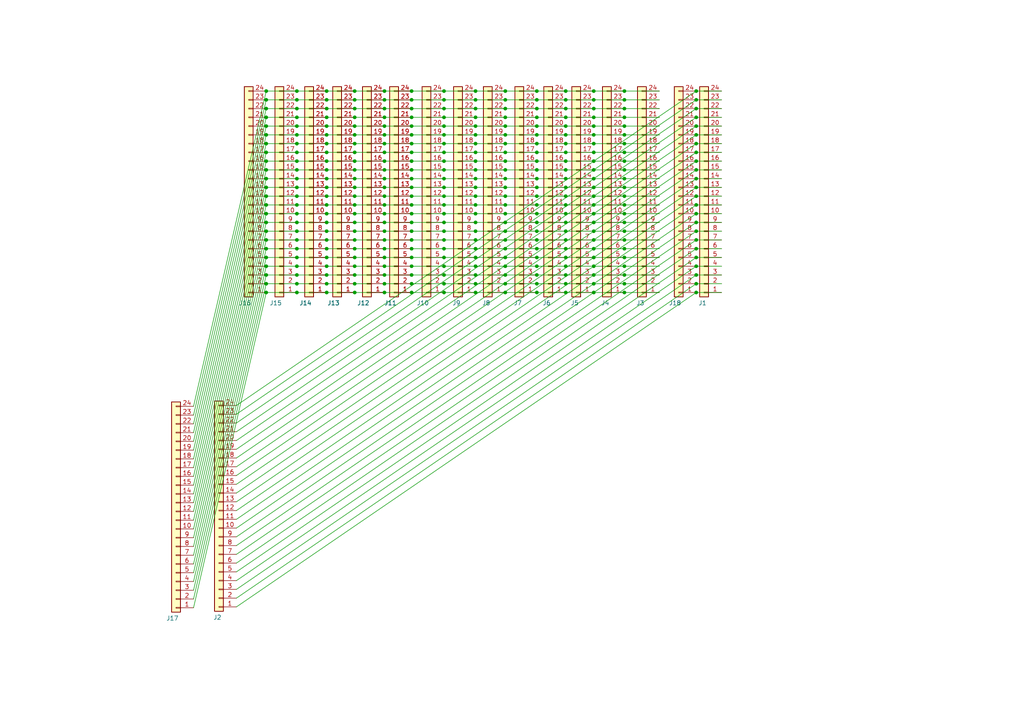
<source format=kicad_sch>
(kicad_sch (version 20211123) (generator eeschema)
  (paper "A4")
  (lib_symbols
    (symbol "Connector_Generic:Conn_01x24" (pin_names (offset 1.016) hide)
      (property "Reference" "J" (at 0 30.48 0))
      (property "Value" "Conn_01x24" (at 0 -33.02 0))
      (symbol "Conn_01x24_1_1"
        (rectangle (start -1.27 -30.353) (end 0 -30.607) (stroke (width 0.1524)))
        (rectangle (start -1.27 -27.813) (end 0 -28.067) (stroke (width 0.1524)))
        (rectangle (start -1.27 -25.273) (end 0 -25.527) (stroke (width 0.1524)))
        (rectangle (start -1.27 -22.733) (end 0 -22.987) (stroke (width 0.1524)))
        (rectangle (start -1.27 -20.193) (end 0 -20.447) (stroke (width 0.1524)))
        (rectangle (start -1.27 -17.653) (end 0 -17.907) (stroke (width 0.1524)))
        (rectangle (start -1.27 -15.113) (end 0 -15.367) (stroke (width 0.1524)))
        (rectangle (start -1.27 -12.573) (end 0 -12.827) (stroke (width 0.1524)))
        (rectangle (start -1.27 -10.033) (end 0 -10.287) (stroke (width 0.1524)))
        (rectangle (start -1.27 -7.493) (end 0 -7.747) (stroke (width 0.1524)))
        (rectangle (start -1.27 -4.953) (end 0 -5.207) (stroke (width 0.1524)))
        (rectangle (start -1.27 -2.413) (end 0 -2.667) (stroke (width 0.1524)))
        (rectangle (start -1.27 0.127) (end 0 -0.127) (stroke (width 0.1524)))
        (rectangle (start -1.27 2.667) (end 0 2.413) (stroke (width 0.1524)))
        (rectangle (start -1.27 5.207) (end 0 4.953) (stroke (width 0.1524)))
        (rectangle (start -1.27 7.747) (end 0 7.493) (stroke (width 0.1524)))
        (rectangle (start -1.27 10.287) (end 0 10.033) (stroke (width 0.1524)))
        (rectangle (start -1.27 12.827) (end 0 12.573) (stroke (width 0.1524)))
        (rectangle (start -1.27 15.367) (end 0 15.113) (stroke (width 0.1524)))
        (rectangle (start -1.27 17.907) (end 0 17.653) (stroke (width 0.1524)))
        (rectangle (start -1.27 20.447) (end 0 20.193) (stroke (width 0.1524)))
        (rectangle (start -1.27 22.987) (end 0 22.733) (stroke (width 0.1524)))
        (rectangle (start -1.27 25.527) (end 0 25.273) (stroke (width 0.1524)))
        (rectangle (start -1.27 28.067) (end 0 27.813) (stroke (width 0.1524)))
        (rectangle (start -1.27 29.21) (end 1.27 -31.75) (stroke (width 0.254)) (fill (type background)))
        (pin passive line (at -5.08 27.94 0) (length 3.81) (name "Pin_1") (number "1"))
        (pin passive line (at -5.08 5.08 0) (length 3.81) (name "Pin_10") (number "10"))
        (pin passive line (at -5.08 2.54 0) (length 3.81) (name "Pin_11") (number "11"))
        (pin passive line (at -5.08 0 0) (length 3.81) (name "Pin_12") (number "12"))
        (pin passive line (at -5.08 -2.54 0) (length 3.81) (name "Pin_13") (number "13"))
        (pin passive line (at -5.08 -5.08 0) (length 3.81) (name "Pin_14") (number "14"))
        (pin passive line (at -5.08 -7.62 0) (length 3.81) (name "Pin_15") (number "15"))
        (pin passive line (at -5.08 -10.16 0) (length 3.81) (name "Pin_16") (number "16"))
        (pin passive line (at -5.08 -12.7 0) (length 3.81) (name "Pin_17") (number "17"))
        (pin passive line (at -5.08 -15.24 0) (length 3.81) (name "Pin_18") (number "18"))
        (pin passive line (at -5.08 -17.78 0) (length 3.81) (name "Pin_19") (number "19"))
        (pin passive line (at -5.08 25.4 0) (length 3.81) (name "Pin_2") (number "2"))
        (pin passive line (at -5.08 -20.32 0) (length 3.81) (name "Pin_20") (number "20"))
        (pin passive line (at -5.08 -22.86 0) (length 3.81) (name "Pin_21") (number "21"))
        (pin passive line (at -5.08 -25.4 0) (length 3.81) (name "Pin_22") (number "22"))
        (pin passive line (at -5.08 -27.94 0) (length 3.81) (name "Pin_23") (number "23"))
        (pin passive line (at -5.08 -30.48 0) (length 3.81) (name "Pin_24") (number "24"))
        (pin passive line (at -5.08 22.86 0) (length 3.81) (name "Pin_3") (number "3"))
        (pin passive line (at -5.08 20.32 0) (length 3.81) (name "Pin_4") (number "4"))
        (pin passive line (at -5.08 17.78 0) (length 3.81) (name "Pin_5") (number "5"))
        (pin passive line (at -5.08 15.24 0) (length 3.81) (name "Pin_6") (number "6"))
        (pin passive line (at -5.08 12.7 0) (length 3.81) (name "Pin_7") (number "7"))
        (pin passive line (at -5.08 10.16 0) (length 3.81) (name "Pin_8") (number "8"))
        (pin passive line (at -5.08 7.62 0) (length 3.81) (name "Pin_9") (number "9"))
      )
    )
  )
  (junction (at 86.106 51.816))
  (junction (at 102.87 64.516))
  (junction (at 119.38 59.436))
  (junction (at 164.084 69.596))
  (junction (at 201.93 46.736))
  (junction (at 172.212 59.436))
  (junction (at 128.778 39.116))
  (junction (at 119.38 41.656))
  (junction (at 111.506 82.296))
  (junction (at 146.558 39.116))
  (junction (at 155.702 28.956))
  (junction (at 128.778 51.816))
  (junction (at 128.778 64.516))
  (junction (at 86.106 74.676))
  (junction (at 94.742 54.356))
  (junction (at 119.38 77.216))
  (junction (at 137.922 31.496))
  (junction (at 94.742 28.956))
  (junction (at 164.084 39.116))
  (junction (at 137.922 36.576))
  (junction (at 181.102 77.216))
  (junction (at 102.87 44.196))
  (junction (at 102.87 79.756))
  (junction (at 128.778 72.136))
  (junction (at 102.87 84.836))
  (junction (at 128.778 46.736))
  (junction (at 119.38 26.416))
  (junction (at 111.506 49.276))
  (junction (at 86.106 39.116))
  (junction (at 128.778 59.436))
  (junction (at 119.38 34.036))
  (junction (at 77.216 56.896))
  (junction (at 172.212 74.676))
  (junction (at 155.702 84.836))
  (junction (at 77.216 26.416))
  (junction (at 86.106 82.296))
  (junction (at 172.212 36.576))
  (junction (at 155.702 26.416))
  (junction (at 146.558 28.956))
  (junction (at 146.558 69.596))
  (junction (at 201.93 59.436))
  (junction (at 137.922 44.196))
  (junction (at 146.558 59.436))
  (junction (at 111.506 51.816))
  (junction (at 102.87 31.496))
  (junction (at 111.506 77.216))
  (junction (at 94.742 41.656))
  (junction (at 155.702 82.296))
  (junction (at 164.084 56.896))
  (junction (at 201.93 51.816))
  (junction (at 77.216 46.736))
  (junction (at 181.102 49.276))
  (junction (at 155.702 49.276))
  (junction (at 128.778 77.216))
  (junction (at 137.922 51.816))
  (junction (at 128.778 69.596))
  (junction (at 128.778 61.976))
  (junction (at 94.742 74.676))
  (junction (at 201.93 69.596))
  (junction (at 201.93 36.576))
  (junction (at 155.702 61.976))
  (junction (at 111.506 46.736))
  (junction (at 86.106 34.036))
  (junction (at 164.084 51.816))
  (junction (at 119.38 44.196))
  (junction (at 119.38 64.516))
  (junction (at 119.38 84.836))
  (junction (at 164.084 79.756))
  (junction (at 146.558 49.276))
  (junction (at 146.558 61.976))
  (junction (at 164.084 46.736))
  (junction (at 119.38 74.676))
  (junction (at 172.212 39.116))
  (junction (at 86.106 84.836))
  (junction (at 164.084 26.416))
  (junction (at 119.38 61.976))
  (junction (at 111.506 79.756))
  (junction (at 137.922 64.516))
  (junction (at 111.506 44.196))
  (junction (at 94.742 39.116))
  (junction (at 86.106 59.436))
  (junction (at 77.216 59.436))
  (junction (at 102.87 26.416))
  (junction (at 172.212 79.756))
  (junction (at 137.922 74.676))
  (junction (at 146.558 84.836))
  (junction (at 128.778 26.416))
  (junction (at 102.87 69.596))
  (junction (at 77.216 77.216))
  (junction (at 86.106 77.216))
  (junction (at 155.702 72.136))
  (junction (at 201.93 67.056))
  (junction (at 201.93 74.676))
  (junction (at 77.216 31.496))
  (junction (at 119.38 46.736))
  (junction (at 111.506 39.116))
  (junction (at 172.212 56.896))
  (junction (at 86.106 69.596))
  (junction (at 94.742 34.036))
  (junction (at 111.506 74.676))
  (junction (at 111.506 67.056))
  (junction (at 94.742 31.496))
  (junction (at 164.084 61.976))
  (junction (at 172.212 67.056))
  (junction (at 128.778 74.676))
  (junction (at 164.084 41.656))
  (junction (at 102.87 49.276))
  (junction (at 86.106 44.196))
  (junction (at 94.742 26.416))
  (junction (at 172.212 84.836))
  (junction (at 111.506 64.516))
  (junction (at 137.922 49.276))
  (junction (at 146.558 34.036))
  (junction (at 146.558 26.416))
  (junction (at 164.084 44.196))
  (junction (at 146.558 82.296))
  (junction (at 102.87 39.116))
  (junction (at 94.742 56.896))
  (junction (at 146.558 41.656))
  (junction (at 164.084 28.956))
  (junction (at 181.102 59.436))
  (junction (at 155.702 79.756))
  (junction (at 164.084 72.136))
  (junction (at 181.102 67.056))
  (junction (at 102.87 36.576))
  (junction (at 155.702 44.196))
  (junction (at 146.558 79.756))
  (junction (at 128.778 31.496))
  (junction (at 137.922 69.596))
  (junction (at 86.106 72.136))
  (junction (at 172.212 61.976))
  (junction (at 146.558 74.676))
  (junction (at 201.93 44.196))
  (junction (at 94.742 49.276))
  (junction (at 155.702 74.676))
  (junction (at 86.106 46.736))
  (junction (at 111.506 28.956))
  (junction (at 201.93 61.976))
  (junction (at 111.506 26.416))
  (junction (at 181.102 72.136))
  (junction (at 137.922 26.416))
  (junction (at 181.102 61.976))
  (junction (at 201.93 39.116))
  (junction (at 137.922 39.116))
  (junction (at 181.102 31.496))
  (junction (at 94.742 36.576))
  (junction (at 201.93 26.416))
  (junction (at 119.38 39.116))
  (junction (at 201.93 64.516))
  (junction (at 172.212 41.656))
  (junction (at 102.87 77.216))
  (junction (at 172.212 34.036))
  (junction (at 155.702 46.736))
  (junction (at 155.702 34.036))
  (junction (at 181.102 36.576))
  (junction (at 77.216 51.816))
  (junction (at 86.106 79.756))
  (junction (at 201.93 28.956))
  (junction (at 94.742 69.596))
  (junction (at 181.102 74.676))
  (junction (at 86.106 49.276))
  (junction (at 119.38 49.276))
  (junction (at 164.084 54.356))
  (junction (at 111.506 31.496))
  (junction (at 172.212 54.356))
  (junction (at 172.212 31.496))
  (junction (at 137.922 67.056))
  (junction (at 94.742 77.216))
  (junction (at 94.742 79.756))
  (junction (at 119.38 56.896))
  (junction (at 102.87 54.356))
  (junction (at 119.38 54.356))
  (junction (at 102.87 56.896))
  (junction (at 102.87 72.136))
  (junction (at 181.102 82.296))
  (junction (at 102.87 28.956))
  (junction (at 172.212 72.136))
  (junction (at 77.216 34.036))
  (junction (at 77.216 44.196))
  (junction (at 172.212 64.516))
  (junction (at 119.38 72.136))
  (junction (at 128.778 79.756))
  (junction (at 86.106 54.356))
  (junction (at 164.084 84.836))
  (junction (at 155.702 69.596))
  (junction (at 201.93 41.656))
  (junction (at 201.93 56.896))
  (junction (at 119.38 28.956))
  (junction (at 181.102 69.596))
  (junction (at 111.506 84.836))
  (junction (at 201.93 49.276))
  (junction (at 94.742 44.196))
  (junction (at 155.702 59.436))
  (junction (at 181.102 54.356))
  (junction (at 119.38 51.816))
  (junction (at 77.216 39.116))
  (junction (at 111.506 54.356))
  (junction (at 102.87 67.056))
  (junction (at 77.216 79.756))
  (junction (at 86.106 56.896))
  (junction (at 201.93 34.036))
  (junction (at 119.38 36.576))
  (junction (at 94.742 82.296))
  (junction (at 94.742 72.136))
  (junction (at 137.922 82.296))
  (junction (at 146.558 77.216))
  (junction (at 164.084 31.496))
  (junction (at 164.084 77.216))
  (junction (at 77.216 54.356))
  (junction (at 137.922 34.036))
  (junction (at 146.558 46.736))
  (junction (at 102.87 41.656))
  (junction (at 128.778 36.576))
  (junction (at 172.212 44.196))
  (junction (at 86.106 31.496))
  (junction (at 155.702 77.216))
  (junction (at 181.102 41.656))
  (junction (at 155.702 56.896))
  (junction (at 201.93 79.756))
  (junction (at 102.87 34.036))
  (junction (at 172.212 28.956))
  (junction (at 137.922 54.356))
  (junction (at 86.106 67.056))
  (junction (at 128.778 84.836))
  (junction (at 181.102 34.036))
  (junction (at 146.558 44.196))
  (junction (at 128.778 56.896))
  (junction (at 201.93 84.836))
  (junction (at 164.084 67.056))
  (junction (at 128.778 28.956))
  (junction (at 172.212 46.736))
  (junction (at 77.216 84.836))
  (junction (at 102.87 51.816))
  (junction (at 137.922 77.216))
  (junction (at 137.922 59.436))
  (junction (at 128.778 82.296))
  (junction (at 181.102 56.896))
  (junction (at 94.742 59.436))
  (junction (at 111.506 72.136))
  (junction (at 155.702 41.656))
  (junction (at 181.102 28.956))
  (junction (at 164.084 36.576))
  (junction (at 102.87 46.736))
  (junction (at 77.216 49.276))
  (junction (at 155.702 64.516))
  (junction (at 155.702 39.116))
  (junction (at 102.87 59.436))
  (junction (at 102.87 61.976))
  (junction (at 181.102 26.416))
  (junction (at 77.216 67.056))
  (junction (at 111.506 41.656))
  (junction (at 137.922 79.756))
  (junction (at 146.558 67.056))
  (junction (at 201.93 31.496))
  (junction (at 86.106 64.516))
  (junction (at 111.506 59.436))
  (junction (at 86.106 41.656))
  (junction (at 146.558 36.576))
  (junction (at 128.778 41.656))
  (junction (at 137.922 41.656))
  (junction (at 94.742 84.836))
  (junction (at 146.558 72.136))
  (junction (at 181.102 64.516))
  (junction (at 119.38 69.596))
  (junction (at 146.558 54.356))
  (junction (at 146.558 64.516))
  (junction (at 119.38 67.056))
  (junction (at 102.87 82.296))
  (junction (at 137.922 28.956))
  (junction (at 128.778 44.196))
  (junction (at 201.93 72.136))
  (junction (at 181.102 84.836))
  (junction (at 128.778 49.276))
  (junction (at 172.212 69.596))
  (junction (at 181.102 46.736))
  (junction (at 201.93 54.356))
  (junction (at 164.084 59.436))
  (junction (at 128.778 54.356))
  (junction (at 94.742 67.056))
  (junction (at 172.212 51.816))
  (junction (at 111.506 61.976))
  (junction (at 111.506 69.596))
  (junction (at 164.084 82.296))
  (junction (at 155.702 31.496))
  (junction (at 128.778 67.056))
  (junction (at 137.922 56.896))
  (junction (at 86.106 28.956))
  (junction (at 155.702 51.816))
  (junction (at 94.742 46.736))
  (junction (at 181.102 39.116))
  (junction (at 172.212 77.216))
  (junction (at 164.084 49.276))
  (junction (at 155.702 67.056))
  (junction (at 201.93 82.296))
  (junction (at 172.212 49.276))
  (junction (at 111.506 34.036))
  (junction (at 86.106 36.576))
  (junction (at 119.38 79.756))
  (junction (at 137.922 72.136))
  (junction (at 172.212 82.296))
  (junction (at 119.38 82.296))
  (junction (at 155.702 54.356))
  (junction (at 128.778 34.036))
  (junction (at 77.216 82.296))
  (junction (at 172.212 26.416))
  (junction (at 111.506 36.576))
  (junction (at 94.742 64.516))
  (junction (at 146.558 31.496))
  (junction (at 119.38 31.496))
  (junction (at 201.93 77.216))
  (junction (at 164.084 64.516))
  (junction (at 155.702 36.576))
  (junction (at 77.216 41.656))
  (junction (at 94.742 51.816))
  (junction (at 164.084 74.676))
  (junction (at 86.106 61.976))
  (junction (at 181.102 44.196))
  (junction (at 111.506 56.896))
  (junction (at 77.216 69.596))
  (junction (at 77.216 74.676))
  (junction (at 137.922 61.976))
  (junction (at 77.216 36.576))
  (junction (at 181.102 51.816))
  (junction (at 102.87 74.676))
  (junction (at 164.084 34.036))
  (junction (at 77.216 61.976))
  (junction (at 137.922 46.736))
  (junction (at 94.742 61.976))
  (junction (at 77.216 28.956))
  (junction (at 77.216 72.136))
  (junction (at 137.922 84.836))
  (junction (at 77.216 64.516))
  (junction (at 86.106 26.416))
  (junction (at 146.558 56.896))
  (junction (at 181.102 79.756))
  (junction (at 146.558 51.816))
  (wire (pts (xy 68.58 140.462) (xy 201.93 49.276)))
  (wire (pts (xy 209.296 59.436) (xy 201.93 59.436)))
  (wire (pts (xy 155.702 79.756) (xy 146.558 79.756)))
  (wire (pts (xy 137.922 84.836) (xy 128.778 84.836)))
  (wire (pts (xy 146.558 41.656) (xy 137.922 41.656)))
  (wire (pts (xy 155.702 74.676) (xy 146.558 74.676)))
  (wire (pts (xy 146.558 74.676) (xy 137.922 74.676)))
  (wire (pts (xy 56.134 168.656) (xy 77.216 77.216)))
  (wire (pts (xy 164.084 26.416) (xy 155.702 26.416)))
  (wire (pts (xy 191.262 36.576) (xy 181.102 36.576)))
  (wire (pts (xy 181.102 39.116) (xy 172.212 39.116)))
  (wire (pts (xy 56.134 125.476) (xy 77.216 34.036)))
  (wire (pts (xy 102.87 84.836) (xy 94.742 84.836)))
  (wire (pts (xy 94.742 72.136) (xy 86.106 72.136)))
  (wire (pts (xy 102.87 36.576) (xy 111.506 36.576)))
  (wire (pts (xy 172.212 79.756) (xy 164.084 79.756)))
  (wire (pts (xy 164.084 84.836) (xy 155.702 84.836)))
  (wire (pts (xy 191.262 79.756) (xy 181.102 79.756)))
  (wire (pts (xy 77.216 56.896) (xy 86.106 56.896)))
  (wire (pts (xy 102.87 26.416) (xy 94.742 26.416)))
  (wire (pts (xy 56.134 143.256) (xy 77.216 51.816)))
  (wire (pts (xy 155.702 41.656) (xy 146.558 41.656)))
  (wire (pts (xy 128.778 74.676) (xy 119.38 74.676)))
  (wire (pts (xy 119.38 56.896) (xy 111.506 56.896)))
  (wire (pts (xy 181.102 56.896) (xy 172.212 56.896)))
  (wire (pts (xy 146.558 31.496) (xy 137.922 31.496)))
  (wire (pts (xy 209.296 56.896) (xy 201.93 56.896)))
  (wire (pts (xy 119.38 54.356) (xy 111.506 54.356)))
  (wire (pts (xy 209.296 28.956) (xy 201.93 28.956)))
  (wire (pts (xy 56.134 176.276) (xy 77.216 84.836)))
  (wire (pts (xy 68.58 132.842) (xy 201.93 41.656)))
  (wire (pts (xy 102.87 46.736) (xy 111.506 46.736)))
  (wire (pts (xy 56.134 122.936) (xy 77.216 31.496)))
  (wire (pts (xy 56.134 150.876) (xy 77.216 59.436)))
  (wire (pts (xy 209.296 46.736) (xy 201.93 46.736)))
  (wire (pts (xy 56.134 138.176) (xy 77.216 46.736)))
  (wire (pts (xy 146.558 72.136) (xy 137.922 72.136)))
  (wire (pts (xy 164.084 72.136) (xy 155.702 72.136)))
  (wire (pts (xy 164.084 41.656) (xy 155.702 41.656)))
  (wire (pts (xy 94.742 41.656) (xy 86.106 41.656)))
  (wire (pts (xy 119.38 39.116) (xy 111.506 39.116)))
  (wire (pts (xy 119.38 46.736) (xy 111.506 46.736)))
  (wire (pts (xy 146.558 79.756) (xy 137.922 79.756)))
  (wire (pts (xy 77.216 67.056) (xy 86.106 67.056)))
  (wire (pts (xy 128.778 44.196) (xy 119.38 44.196)))
  (wire (pts (xy 137.922 72.136) (xy 128.778 72.136)))
  (wire (pts (xy 119.38 59.436) (xy 111.506 59.436)))
  (wire (pts (xy 94.742 34.036) (xy 86.106 34.036)))
  (wire (pts (xy 128.778 84.836) (xy 119.38 84.836)))
  (wire (pts (xy 209.296 79.756) (xy 201.93 79.756)))
  (wire (pts (xy 119.38 26.416) (xy 111.506 26.416)))
  (wire (pts (xy 209.296 31.496) (xy 201.93 31.496)))
  (wire (pts (xy 137.922 34.036) (xy 128.778 34.036)))
  (wire (pts (xy 191.262 54.356) (xy 181.102 54.356)))
  (wire (pts (xy 68.58 163.322) (xy 201.93 72.136)))
  (wire (pts (xy 181.102 34.036) (xy 172.212 34.036)))
  (wire (pts (xy 181.102 54.356) (xy 172.212 54.356)))
  (wire (pts (xy 155.702 84.836) (xy 146.558 84.836)))
  (wire (pts (xy 68.58 173.482) (xy 201.93 82.296)))
  (wire (pts (xy 128.778 82.296) (xy 119.38 82.296)))
  (wire (pts (xy 191.262 34.036) (xy 181.102 34.036)))
  (wire (pts (xy 191.262 46.736) (xy 181.102 46.736)))
  (wire (pts (xy 119.38 77.216) (xy 111.506 77.216)))
  (wire (pts (xy 102.87 64.516) (xy 111.506 64.516)))
  (wire (pts (xy 128.778 28.956) (xy 119.38 28.956)))
  (wire (pts (xy 172.212 67.056) (xy 164.084 67.056)))
  (wire (pts (xy 119.38 79.756) (xy 111.506 79.756)))
  (wire (pts (xy 102.87 67.056) (xy 94.742 67.056)))
  (wire (pts (xy 164.084 54.356) (xy 155.702 54.356)))
  (wire (pts (xy 181.102 44.196) (xy 172.212 44.196)))
  (wire (pts (xy 102.87 69.596) (xy 111.506 69.596)))
  (wire (pts (xy 102.87 82.296) (xy 111.506 82.296)))
  (wire (pts (xy 209.296 26.416) (xy 201.93 26.416)))
  (wire (pts (xy 77.216 74.676) (xy 86.106 74.676)))
  (wire (pts (xy 191.262 64.516) (xy 181.102 64.516)))
  (wire (pts (xy 128.778 51.816) (xy 119.38 51.816)))
  (wire (pts (xy 155.702 51.816) (xy 146.558 51.816)))
  (wire (pts (xy 77.216 41.656) (xy 86.106 41.656)))
  (wire (pts (xy 94.742 59.436) (xy 86.106 59.436)))
  (wire (pts (xy 155.702 34.036) (xy 146.558 34.036)))
  (wire (pts (xy 172.212 61.976) (xy 164.084 61.976)))
  (wire (pts (xy 164.084 49.276) (xy 155.702 49.276)))
  (wire (pts (xy 128.778 41.656) (xy 119.38 41.656)))
  (wire (pts (xy 102.87 61.976) (xy 111.506 61.976)))
  (wire (pts (xy 94.742 77.216) (xy 86.106 77.216)))
  (wire (pts (xy 94.742 26.416) (xy 86.106 26.416)))
  (wire (pts (xy 181.102 64.516) (xy 172.212 64.516)))
  (wire (pts (xy 172.212 49.276) (xy 164.084 49.276)))
  (wire (pts (xy 172.212 74.676) (xy 164.084 74.676)))
  (wire (pts (xy 102.87 79.756) (xy 111.506 79.756)))
  (wire (pts (xy 68.58 160.782) (xy 201.93 69.596)))
  (wire (pts (xy 172.212 51.816) (xy 164.084 51.816)))
  (wire (pts (xy 77.216 77.216) (xy 86.106 77.216)))
  (wire (pts (xy 155.702 64.516) (xy 146.558 64.516)))
  (wire (pts (xy 102.87 77.216) (xy 111.506 77.216)))
  (wire (pts (xy 94.742 84.836) (xy 86.106 84.836)))
  (wire (pts (xy 137.922 41.656) (xy 128.778 41.656)))
  (wire (pts (xy 146.558 59.436) (xy 137.922 59.436)))
  (wire (pts (xy 137.922 82.296) (xy 128.778 82.296)))
  (wire (pts (xy 172.212 59.436) (xy 164.084 59.436)))
  (wire (pts (xy 191.262 59.436) (xy 181.102 59.436)))
  (wire (pts (xy 137.922 39.116) (xy 128.778 39.116)))
  (wire (pts (xy 181.102 51.816) (xy 172.212 51.816)))
  (wire (pts (xy 68.58 143.002) (xy 201.93 51.816)))
  (wire (pts (xy 172.212 39.116) (xy 164.084 39.116)))
  (wire (pts (xy 68.58 158.242) (xy 201.93 67.056)))
  (wire (pts (xy 137.922 31.496) (xy 128.778 31.496)))
  (wire (pts (xy 119.38 49.276) (xy 111.506 49.276)))
  (wire (pts (xy 181.102 79.756) (xy 172.212 79.756)))
  (wire (pts (xy 146.558 67.056) (xy 137.922 67.056)))
  (wire (pts (xy 94.742 49.276) (xy 86.106 49.276)))
  (wire (pts (xy 164.084 59.436) (xy 155.702 59.436)))
  (wire (pts (xy 102.87 84.836) (xy 111.506 84.836)))
  (wire (pts (xy 155.702 44.196) (xy 146.558 44.196)))
  (wire (pts (xy 191.262 49.276) (xy 181.102 49.276)))
  (wire (pts (xy 164.084 39.116) (xy 155.702 39.116)))
  (wire (pts (xy 172.212 31.496) (xy 164.084 31.496)))
  (wire (pts (xy 172.212 69.596) (xy 164.084 69.596)))
  (wire (pts (xy 191.262 28.956) (xy 181.102 28.956)))
  (wire (pts (xy 77.216 44.196) (xy 86.106 44.196)))
  (wire (pts (xy 102.87 51.816) (xy 94.742 51.816)))
  (wire (pts (xy 155.702 67.056) (xy 146.558 67.056)))
  (wire (pts (xy 209.296 54.356) (xy 201.93 54.356)))
  (wire (pts (xy 155.702 69.596) (xy 146.558 69.596)))
  (wire (pts (xy 56.134 161.036) (xy 77.216 69.596)))
  (wire (pts (xy 209.296 61.976) (xy 201.93 61.976)))
  (wire (pts (xy 209.296 74.676) (xy 201.93 74.676)))
  (wire (pts (xy 172.212 77.216) (xy 164.084 77.216)))
  (wire (pts (xy 191.262 67.056) (xy 181.102 67.056)))
  (wire (pts (xy 94.742 61.976) (xy 86.106 61.976)))
  (wire (pts (xy 94.742 44.196) (xy 86.106 44.196)))
  (wire (pts (xy 56.134 166.116) (xy 77.216 74.676)))
  (wire (pts (xy 56.134 130.556) (xy 77.216 39.116)))
  (wire (pts (xy 102.87 41.656) (xy 111.506 41.656)))
  (wire (pts (xy 155.702 31.496) (xy 146.558 31.496)))
  (wire (pts (xy 164.084 56.896) (xy 155.702 56.896)))
  (wire (pts (xy 119.38 51.816) (xy 111.506 51.816)))
  (wire (pts (xy 191.262 56.896) (xy 181.102 56.896)))
  (wire (pts (xy 128.778 61.976) (xy 119.38 61.976)))
  (wire (pts (xy 102.87 56.896) (xy 94.742 56.896)))
  (wire (pts (xy 77.216 64.516) (xy 86.106 64.516)))
  (wire (pts (xy 77.216 72.136) (xy 86.106 72.136)))
  (wire (pts (xy 155.702 28.956) (xy 146.558 28.956)))
  (wire (pts (xy 137.922 74.676) (xy 128.778 74.676)))
  (wire (pts (xy 137.922 56.896) (xy 128.778 56.896)))
  (wire (pts (xy 102.87 28.956) (xy 94.742 28.956)))
  (wire (pts (xy 102.87 34.036) (xy 111.506 34.036)))
  (wire (pts (xy 137.922 49.276) (xy 128.778 49.276)))
  (wire (pts (xy 137.922 46.736) (xy 128.778 46.736)))
  (wire (pts (xy 155.702 39.116) (xy 146.558 39.116)))
  (wire (pts (xy 94.742 28.956) (xy 86.106 28.956)))
  (wire (pts (xy 181.102 84.836) (xy 172.212 84.836)))
  (wire (pts (xy 128.778 69.596) (xy 119.38 69.596)))
  (wire (pts (xy 102.87 28.956) (xy 111.506 28.956)))
  (wire (pts (xy 164.084 79.756) (xy 155.702 79.756)))
  (wire (pts (xy 164.084 46.736) (xy 155.702 46.736)))
  (wire (pts (xy 77.216 79.756) (xy 86.106 79.756)))
  (wire (pts (xy 102.87 61.976) (xy 94.742 61.976)))
  (wire (pts (xy 191.262 39.116) (xy 181.102 39.116)))
  (wire (pts (xy 164.084 36.576) (xy 155.702 36.576)))
  (wire (pts (xy 94.742 51.816) (xy 86.106 51.816)))
  (wire (pts (xy 155.702 61.976) (xy 146.558 61.976)))
  (wire (pts (xy 137.922 44.196) (xy 128.778 44.196)))
  (wire (pts (xy 68.58 176.022) (xy 201.93 84.836)))
  (wire (pts (xy 172.212 54.356) (xy 164.084 54.356)))
  (wire (pts (xy 164.084 31.496) (xy 155.702 31.496)))
  (wire (pts (xy 181.102 82.296) (xy 172.212 82.296)))
  (wire (pts (xy 68.58 155.702) (xy 201.93 64.516)))
  (wire (pts (xy 172.212 46.736) (xy 164.084 46.736)))
  (wire (pts (xy 191.262 69.596) (xy 181.102 69.596)))
  (wire (pts (xy 137.922 59.436) (xy 128.778 59.436)))
  (wire (pts (xy 102.87 74.676) (xy 111.506 74.676)))
  (wire (pts (xy 68.58 168.402) (xy 201.93 77.216)))
  (wire (pts (xy 128.778 56.896) (xy 119.38 56.896)))
  (wire (pts (xy 119.38 44.196) (xy 111.506 44.196)))
  (wire (pts (xy 56.134 128.016) (xy 77.216 36.576)))
  (wire (pts (xy 56.134 140.716) (xy 77.216 49.276)))
  (wire (pts (xy 68.58 117.602) (xy 201.93 26.416)))
  (wire (pts (xy 128.778 39.116) (xy 119.38 39.116)))
  (wire (pts (xy 155.702 56.896) (xy 146.558 56.896)))
  (wire (pts (xy 164.084 44.196) (xy 155.702 44.196)))
  (wire (pts (xy 191.262 82.296) (xy 181.102 82.296)))
  (wire (pts (xy 209.296 36.576) (xy 201.93 36.576)))
  (wire (pts (xy 77.216 84.836) (xy 86.106 84.836)))
  (wire (pts (xy 94.742 56.896) (xy 86.106 56.896)))
  (wire (pts (xy 119.38 84.836) (xy 111.506 84.836)))
  (wire (pts (xy 94.742 46.736) (xy 86.106 46.736)))
  (wire (pts (xy 56.134 145.796) (xy 77.216 54.356)))
  (wire (pts (xy 102.87 56.896) (xy 111.506 56.896)))
  (wire (pts (xy 128.778 67.056) (xy 119.38 67.056)))
  (wire (pts (xy 68.58 150.622) (xy 201.93 59.436)))
  (wire (pts (xy 181.102 49.276) (xy 172.212 49.276)))
  (wire (pts (xy 137.922 77.216) (xy 128.778 77.216)))
  (wire (pts (xy 102.87 49.276) (xy 111.506 49.276)))
  (wire (pts (xy 102.87 31.496) (xy 111.506 31.496)))
  (wire (pts (xy 172.212 41.656) (xy 164.084 41.656)))
  (wire (pts (xy 146.558 51.816) (xy 137.922 51.816)))
  (wire (pts (xy 164.084 74.676) (xy 155.702 74.676)))
  (wire (pts (xy 164.084 61.976) (xy 155.702 61.976)))
  (wire (pts (xy 77.216 46.736) (xy 86.106 46.736)))
  (wire (pts (xy 137.922 26.416) (xy 128.778 26.416)))
  (wire (pts (xy 119.38 28.956) (xy 111.506 28.956)))
  (wire (pts (xy 102.87 44.196) (xy 94.742 44.196)))
  (wire (pts (xy 191.262 72.136) (xy 181.102 72.136)))
  (wire (pts (xy 172.212 36.576) (xy 164.084 36.576)))
  (wire (pts (xy 191.262 41.656) (xy 181.102 41.656)))
  (wire (pts (xy 68.58 135.382) (xy 201.93 44.196)))
  (wire (pts (xy 128.778 36.576) (xy 119.38 36.576)))
  (wire (pts (xy 155.702 59.436) (xy 146.558 59.436)))
  (wire (pts (xy 56.134 120.396) (xy 77.216 28.956)))
  (wire (pts (xy 119.38 72.136) (xy 111.506 72.136)))
  (wire (pts (xy 102.87 34.036) (xy 94.742 34.036)))
  (wire (pts (xy 128.778 31.496) (xy 119.38 31.496)))
  (wire (pts (xy 146.558 84.836) (xy 137.922 84.836)))
  (wire (pts (xy 68.58 165.862) (xy 201.93 74.676)))
  (wire (pts (xy 209.296 44.196) (xy 201.93 44.196)))
  (wire (pts (xy 102.87 31.496) (xy 94.742 31.496)))
  (wire (pts (xy 68.58 170.942) (xy 201.93 79.756)))
  (wire (pts (xy 94.742 54.356) (xy 86.106 54.356)))
  (wire (pts (xy 164.084 69.596) (xy 155.702 69.596)))
  (wire (pts (xy 209.296 41.656) (xy 201.93 41.656)))
  (wire (pts (xy 181.102 74.676) (xy 172.212 74.676)))
  (wire (pts (xy 146.558 64.516) (xy 137.922 64.516)))
  (wire (pts (xy 146.558 46.736) (xy 137.922 46.736)))
  (wire (pts (xy 94.742 36.576) (xy 86.106 36.576)))
  (wire (pts (xy 172.212 34.036) (xy 164.084 34.036)))
  (wire (pts (xy 164.084 67.056) (xy 155.702 67.056)))
  (wire (pts (xy 181.102 41.656) (xy 172.212 41.656)))
  (wire (pts (xy 155.702 36.576) (xy 146.558 36.576)))
  (wire (pts (xy 146.558 28.956) (xy 137.922 28.956)))
  (wire (pts (xy 191.262 51.816) (xy 181.102 51.816)))
  (wire (pts (xy 56.134 155.956) (xy 77.216 64.516)))
  (wire (pts (xy 137.922 64.516) (xy 128.778 64.516)))
  (wire (pts (xy 209.296 64.516) (xy 201.93 64.516)))
  (wire (pts (xy 181.102 69.596) (xy 172.212 69.596)))
  (wire (pts (xy 77.216 39.116) (xy 86.106 39.116)))
  (wire (pts (xy 119.38 41.656) (xy 111.506 41.656)))
  (wire (pts (xy 119.38 69.596) (xy 111.506 69.596)))
  (wire (pts (xy 128.778 77.216) (xy 119.38 77.216)))
  (wire (pts (xy 128.778 49.276) (xy 119.38 49.276)))
  (wire (pts (xy 172.212 26.416) (xy 164.084 26.416)))
  (wire (pts (xy 128.778 64.516) (xy 119.38 64.516)))
  (wire (pts (xy 164.084 77.216) (xy 155.702 77.216)))
  (wire (pts (xy 137.922 51.816) (xy 128.778 51.816)))
  (wire (pts (xy 172.212 64.516) (xy 164.084 64.516)))
  (wire (pts (xy 102.87 44.196) (xy 111.506 44.196)))
  (wire (pts (xy 77.216 61.976) (xy 86.106 61.976)))
  (wire (pts (xy 128.778 79.756) (xy 119.38 79.756)))
  (wire (pts (xy 181.102 36.576) (xy 172.212 36.576)))
  (wire (pts (xy 209.296 77.216) (xy 201.93 77.216)))
  (wire (pts (xy 94.742 67.056) (xy 86.106 67.056)))
  (wire (pts (xy 102.87 67.056) (xy 111.506 67.056)))
  (wire (pts (xy 119.38 67.056) (xy 111.506 67.056)))
  (wire (pts (xy 146.558 49.276) (xy 137.922 49.276)))
  (wire (pts (xy 209.296 69.596) (xy 201.93 69.596)))
  (wire (pts (xy 77.216 36.576) (xy 86.106 36.576)))
  (wire (pts (xy 146.558 77.216) (xy 137.922 77.216)))
  (wire (pts (xy 102.87 59.436) (xy 111.506 59.436)))
  (wire (pts (xy 77.216 31.496) (xy 86.106 31.496)))
  (wire (pts (xy 146.558 36.576) (xy 137.922 36.576)))
  (wire (pts (xy 56.134 171.196) (xy 77.216 79.756)))
  (wire (pts (xy 68.58 137.922) (xy 201.93 46.736)))
  (wire (pts (xy 172.212 84.836) (xy 164.084 84.836)))
  (wire (pts (xy 137.922 61.976) (xy 128.778 61.976)))
  (wire (pts (xy 68.58 145.542) (xy 201.93 54.356)))
  (wire (pts (xy 146.558 34.036) (xy 137.922 34.036)))
  (wire (pts (xy 181.102 72.136) (xy 172.212 72.136)))
  (wire (pts (xy 77.216 49.276) (xy 86.106 49.276)))
  (wire (pts (xy 119.38 34.036) (xy 111.506 34.036)))
  (wire (pts (xy 137.922 54.356) (xy 128.778 54.356)))
  (wire (pts (xy 94.742 64.516) (xy 86.106 64.516)))
  (wire (pts (xy 181.102 61.976) (xy 172.212 61.976)))
  (wire (pts (xy 77.216 69.596) (xy 86.106 69.596)))
  (wire (pts (xy 146.558 54.356) (xy 137.922 54.356)))
  (wire (pts (xy 155.702 49.276) (xy 146.558 49.276)))
  (wire (pts (xy 191.262 26.416) (xy 181.102 26.416)))
  (wire (pts (xy 181.102 46.736) (xy 172.212 46.736)))
  (wire (pts (xy 77.216 26.416) (xy 86.106 26.416)))
  (wire (pts (xy 102.87 39.116) (xy 94.742 39.116)))
  (wire (pts (xy 102.87 69.596) (xy 94.742 69.596)))
  (wire (pts (xy 209.296 72.136) (xy 201.93 72.136)))
  (wire (pts (xy 191.262 44.196) (xy 181.102 44.196)))
  (wire (pts (xy 137.922 36.576) (xy 128.778 36.576)))
  (wire (pts (xy 94.742 69.596) (xy 86.106 69.596)))
  (wire (pts (xy 146.558 39.116) (xy 137.922 39.116)))
  (wire (pts (xy 137.922 28.956) (xy 128.778 28.956)))
  (wire (pts (xy 56.134 173.736) (xy 77.216 82.296)))
  (wire (pts (xy 68.58 122.682) (xy 201.93 31.496)))
  (wire (pts (xy 164.084 34.036) (xy 155.702 34.036)))
  (wire (pts (xy 102.87 59.436) (xy 94.742 59.436)))
  (wire (pts (xy 102.87 46.736) (xy 94.742 46.736)))
  (wire (pts (xy 119.38 61.976) (xy 111.506 61.976)))
  (wire (pts (xy 181.102 31.496) (xy 172.212 31.496)))
  (wire (pts (xy 102.87 36.576) (xy 94.742 36.576)))
  (wire (pts (xy 128.778 59.436) (xy 119.38 59.436)))
  (wire (pts (xy 155.702 26.416) (xy 146.558 26.416)))
  (wire (pts (xy 56.134 133.096) (xy 77.216 41.656)))
  (wire (pts (xy 137.922 69.596) (xy 128.778 69.596)))
  (wire (pts (xy 209.296 82.296) (xy 201.93 82.296)))
  (wire (pts (xy 102.87 79.756) (xy 94.742 79.756)))
  (wire (pts (xy 119.38 31.496) (xy 111.506 31.496)))
  (wire (pts (xy 191.262 31.496) (xy 181.102 31.496)))
  (wire (pts (xy 209.296 67.056) (xy 201.93 67.056)))
  (wire (pts (xy 68.58 130.302) (xy 201.93 39.116)))
  (wire (pts (xy 146.558 56.896) (xy 137.922 56.896)))
  (wire (pts (xy 191.262 84.836) (xy 181.102 84.836)))
  (wire (pts (xy 102.87 54.356) (xy 111.506 54.356)))
  (wire (pts (xy 164.084 51.816) (xy 155.702 51.816)))
  (wire (pts (xy 77.216 54.356) (xy 86.106 54.356)))
  (wire (pts (xy 191.262 74.676) (xy 181.102 74.676)))
  (wire (pts (xy 68.58 127.762) (xy 201.93 36.576)))
  (wire (pts (xy 155.702 82.296) (xy 146.558 82.296)))
  (wire (pts (xy 94.742 74.676) (xy 86.106 74.676)))
  (wire (pts (xy 128.778 46.736) (xy 119.38 46.736)))
  (wire (pts (xy 181.102 77.216) (xy 172.212 77.216)))
  (wire (pts (xy 77.216 51.816) (xy 86.106 51.816)))
  (wire (pts (xy 102.87 74.676) (xy 94.742 74.676)))
  (wire (pts (xy 181.102 26.416) (xy 172.212 26.416)))
  (wire (pts (xy 172.212 82.296) (xy 164.084 82.296)))
  (wire (pts (xy 102.87 77.216) (xy 94.742 77.216)))
  (wire (pts (xy 181.102 28.956) (xy 172.212 28.956)))
  (wire (pts (xy 181.102 59.436) (xy 172.212 59.436)))
  (wire (pts (xy 209.296 39.116) (xy 201.93 39.116)))
  (wire (pts (xy 137.922 67.056) (xy 128.778 67.056)))
  (wire (pts (xy 56.134 135.636) (xy 77.216 44.196)))
  (wire (pts (xy 128.778 26.416) (xy 119.38 26.416)))
  (wire (pts (xy 128.778 34.036) (xy 119.38 34.036)))
  (wire (pts (xy 102.87 26.416) (xy 111.506 26.416)))
  (wire (pts (xy 181.102 67.056) (xy 172.212 67.056)))
  (wire (pts (xy 209.296 49.276) (xy 201.93 49.276)))
  (wire (pts (xy 68.58 125.222) (xy 201.93 34.036)))
  (wire (pts (xy 94.742 39.116) (xy 86.106 39.116)))
  (wire (pts (xy 94.742 79.756) (xy 86.106 79.756)))
  (wire (pts (xy 94.742 31.496) (xy 86.106 31.496)))
  (wire (pts (xy 155.702 77.216) (xy 146.558 77.216)))
  (wire (pts (xy 102.87 72.136) (xy 94.742 72.136)))
  (wire (pts (xy 102.87 49.276) (xy 94.742 49.276)))
  (wire (pts (xy 155.702 54.356) (xy 146.558 54.356)))
  (wire (pts (xy 146.558 82.296) (xy 137.922 82.296)))
  (wire (pts (xy 94.742 82.296) (xy 86.106 82.296)))
  (wire (pts (xy 172.212 28.956) (xy 164.084 28.956)))
  (wire (pts (xy 56.134 117.856) (xy 77.216 26.416)))
  (wire (pts (xy 128.778 54.356) (xy 119.38 54.356)))
  (wire (pts (xy 164.084 82.296) (xy 155.702 82.296)))
  (wire (pts (xy 137.922 79.756) (xy 128.778 79.756)))
  (wire (pts (xy 68.58 148.082) (xy 201.93 56.896)))
  (wire (pts (xy 164.084 64.516) (xy 155.702 64.516)))
  (wire (pts (xy 155.702 46.736) (xy 146.558 46.736)))
  (wire (pts (xy 172.212 44.196) (xy 164.084 44.196)))
  (wire (pts (xy 77.216 59.436) (xy 86.106 59.436)))
  (wire (pts (xy 102.87 54.356) (xy 94.742 54.356)))
  (wire (pts (xy 77.216 34.036) (xy 86.106 34.036)))
  (wire (pts (xy 164.084 28.956) (xy 155.702 28.956)))
  (wire (pts (xy 209.296 84.836) (xy 201.93 84.836)))
  (wire (pts (xy 102.87 51.816) (xy 111.506 51.816)))
  (wire (pts (xy 146.558 26.416) (xy 137.922 26.416)))
  (wire (pts (xy 102.87 72.136) (xy 111.506 72.136)))
  (wire (pts (xy 102.87 64.516) (xy 94.742 64.516)))
  (wire (pts (xy 102.87 41.656) (xy 94.742 41.656)))
  (wire (pts (xy 102.87 82.296) (xy 94.742 82.296)))
  (wire (pts (xy 102.87 39.116) (xy 111.506 39.116)))
  (wire (pts (xy 172.212 72.136) (xy 164.084 72.136)))
  (wire (pts (xy 56.134 153.416) (xy 77.216 61.976)))
  (wire (pts (xy 56.134 148.336) (xy 77.216 56.896)))
  (wire (pts (xy 146.558 69.596) (xy 137.922 69.596)))
  (wire (pts (xy 77.216 28.956) (xy 86.106 28.956)))
  (wire (pts (xy 146.558 61.976) (xy 137.922 61.976)))
  (wire (pts (xy 119.38 64.516) (xy 111.506 64.516)))
  (wire (pts (xy 155.702 72.136) (xy 146.558 72.136)))
  (wire (pts (xy 56.134 158.496) (xy 77.216 67.056)))
  (wire (pts (xy 68.58 120.142) (xy 201.93 28.956)))
  (wire (pts (xy 119.38 74.676) (xy 111.506 74.676)))
  (wire (pts (xy 191.262 77.216) (xy 181.102 77.216)))
  (wire (pts (xy 77.216 82.296) (xy 86.106 82.296)))
  (wire (pts (xy 209.296 34.036) (xy 201.93 34.036)))
  (wire (pts (xy 68.58 153.162) (xy 201.93 61.976)))
  (wire (pts (xy 191.262 61.976) (xy 181.102 61.976)))
  (wire (pts (xy 209.296 51.816) (xy 201.93 51.816)))
  (wire (pts (xy 146.558 44.196) (xy 137.922 44.196)))
  (wire (pts (xy 172.212 56.896) (xy 164.084 56.896)))
  (wire (pts (xy 56.134 163.576) (xy 77.216 72.136)))
  (wire (pts (xy 119.38 36.576) (xy 111.506 36.576)))
  (wire (pts (xy 119.38 82.296) (xy 111.506 82.296)))
  (wire (pts (xy 128.778 72.136) (xy 119.38 72.136)))
  (symbol (lib_id "Connector_Generic:Conn_01x24") (at 114.3 56.896 180) (unit 1)
    (property "Reference" "J11" (at 115.062 87.884 0) (effects (justify left)))
    (property "Value" "Conn_01x24" (effects hide))
    (property "Footprint" "A_Personal:Stripboard_1x24_P2.54mm_Vertical" (effects hide))
  )
  (symbol (lib_id "Connector_Generic:Conn_01x24") (at 106.426 56.896 180) (unit 1)
    (property "Reference" "J12" (at 107.188 87.884 0) (effects (justify left)))
    (property "Value" "Conn_01x24" (effects hide))
    (property "Footprint" "A_Personal:Stripboard_1x24_P2.54mm_Vertical" (effects hide))
  )
  (symbol (lib_id "Connector_Generic:Conn_01x24") (at 186.182 56.896 180) (unit 1)
    (property "Reference" "J3" (at 186.944 87.884 0) (effects (justify left)))
    (property "Value" "Conn_01x24" (effects hide))
    (property "Footprint" "A_Personal:Stripboard_1x24_P2.54mm_Vertical" (effects hide))
  )
  (symbol (lib_id "Connector_Generic:Conn_01x24") (at 176.022 56.896 180) (unit 1)
    (property "Reference" "J4" (at 176.784 87.884 0) (effects (justify left)))
    (property "Value" "Conn_01x24" (effects hide))
    (property "Footprint" "A_Personal:Stripboard_1x24_P2.54mm_Vertical" (effects hide))
  )
  (symbol (lib_id "Connector_Generic:Conn_01x24") (at 150.622 56.896 180) (unit 1)
    (property "Reference" "J7" (at 151.384 87.884 0) (effects (justify left)))
    (property "Value" "Conn_01x24" (effects hide))
    (property "Footprint" "A_Personal:Stripboard_1x24_P2.54mm_Vertical" (effects hide))
  )
  (symbol (lib_id "Connector_Generic:Conn_01x24") (at 97.79 56.896 180) (unit 1)
    (property "Reference" "J13" (at 98.552 87.884 0) (effects (justify left)))
    (property "Value" "Conn_01x24" (effects hide))
    (property "Footprint" "A_Personal:Stripboard_1x24_P2.54mm_Vertical" (effects hide))
  )
  (symbol (lib_id "Connector_Generic:Conn_01x24") (at 132.842 56.896 180) (unit 1)
    (property "Reference" "J9" (at 133.604 87.884 0) (effects (justify left)))
    (property "Value" "Conn_01x24" (effects hide))
    (property "Footprint" "A_Personal:Stripboard_1x24_P2.54mm_Vertical" (effects hide))
  )
  (symbol (lib_id "Connector_Generic:Conn_01x24") (at 123.698 56.896 180) (unit 1)
    (property "Reference" "J10" (at 124.46 87.884 0) (effects (justify left)))
    (property "Value" "Conn_01x24" (effects hide))
    (property "Footprint" "A_Personal:Stripboard_1x24_P2.54mm_Vertical" (effects hide))
  )
  (symbol (lib_id "Connector_Generic:Conn_01x24") (at 167.132 56.896 180) (unit 1)
    (property "Reference" "J5" (at 167.894 87.884 0) (effects (justify left)))
    (property "Value" "Conn_01x24" (effects hide))
    (property "Footprint" "A_Personal:Stripboard_1x24_P2.54mm_Vertical" (effects hide))
  )
  (symbol (lib_id "Connector_Generic:Conn_01x24") (at 159.004 56.896 180) (unit 1)
    (property "Reference" "J6" (at 159.766 87.884 0) (effects (justify left)))
    (property "Value" "Conn_01x24" (effects hide))
    (property "Footprint" "A_Personal:Stripboard_1x24_P2.54mm_Vertical" (effects hide))
  )
  (symbol (lib_id "Connector_Generic:Conn_01x24") (at 141.478 56.896 180) (unit 1)
    (property "Reference" "J8" (at 142.24 87.884 0) (effects (justify left)))
    (property "Value" "Conn_01x24" (effects hide))
    (property "Footprint" "A_Personal:Stripboard_1x24_P2.54mm_Vertical" (effects hide))
  )
  (symbol (lib_id "Connector_Generic:Conn_01x24") (at 204.216 56.896 180) (unit 1)
    (property "Reference" "J1" (at 204.978 87.884 0) (effects (justify left)))
    (property "Value" "Conn_01x24" (effects hide))
    (property "Footprint" "A_Personal:Stripboard_1x24_P2.54mm_Vertical" (effects hide))
  )
  (symbol (lib_id "Connector_Generic:Conn_01x24") (at 51.054 148.336 180) (unit 1)
    (property "Reference" "J17" (at 51.816 179.324 0) (effects (justify left)))
    (property "Value" "Conn_01x24" (effects hide))
    (property "Footprint" "A_Personal:Stripboard_1x24_P2.54mm_Vertical" (effects hide))
  )
  (symbol (lib_id "Connector_Generic:Conn_01x24") (at 89.662 56.896 180) (unit 1)
    (property "Reference" "J14" (at 90.424 87.884 0) (effects (justify left)))
    (property "Value" "Conn_01x24" (effects hide))
    (property "Footprint" "A_Personal:Stripboard_1x24_P2.54mm_Vertical" (effects hide))
  )
  (symbol (lib_id "Connector_Generic:Conn_01x24") (at 63.5 148.082 180) (unit 1)
    (property "Reference" "J2" (at 64.262 179.07 0) (effects (justify left)))
    (property "Value" "Conn_01x24" (effects hide))
    (property "Footprint" "A_Personal:Stripboard_1x24_P2.54mm_Vertical" (effects hide))
  )
  (symbol (lib_id "Connector_Generic:Conn_01x24") (at 81.026 56.896 180) (unit 1)
    (property "Reference" "J15" (at 81.788 87.884 0) (effects (justify left)))
    (property "Value" "Conn_01x24" (effects hide))
    (property "Footprint" "A_Personal:Stripboard_1x24_P2.54mm_Vertical" (effects hide))
  )
  (symbol (lib_id "Connector_Generic:Conn_01x24") (at 196.85 56.896 180) (unit 1)
    (property "Reference" "J18" (at 197.612 87.884 0) (effects (justify left)))
    (property "Value" "Conn_01x24" (effects hide))
    (property "Footprint" "A_Personal:Stripboard_1x24_P2.54mm_Vertical" (effects hide))
  )
  (symbol (lib_id "Connector_Generic:Conn_01x24") (at 72.136 56.896 180) (unit 1)
    (property "Reference" "J16" (at 72.898 87.884 0) (effects (justify left)))
    (property "Value" "Conn_01x24" (effects hide))
    (property "Footprint" "A_Personal:Stripboard_1x24_P2.54mm_Vertical" (effects hide))
  )
)
</source>
